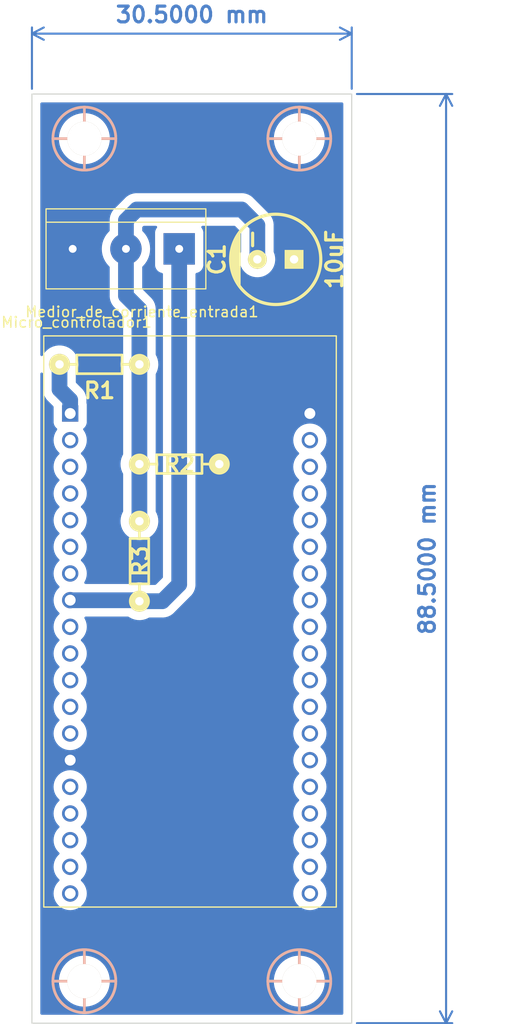
<source format=kicad_pcb>
(kicad_pcb (version 20211014) (generator pcbnew)
  (layers (0 "F.Cu" signal) (31 "B.Cu" signal) (34 "B.Paste" user) (35 "F.Paste" user) (36 "B.SilkS" user "B.Silkscreen") (37 "F.SilkS" user "F.Silkscreen") (38 "B.Mask" user) (39 "F.Mask" user) (44 "Edge.Cuts" user))
  (net 0 "")
  (net 1 "+3V3")
  (net 2 "GND")
  (net 31 "/E2")
  (net 32 "/E1")
  (footprint "EESTN5:Separador_M3_5mm" (layer "F.Cu") (at 128 153.25 180)
    (fp_text reference "H1" hide)
    (fp_text value "MountingHole" hide)
    (fp_line (start -3 0) (end 3 0) (layer "B.SilkS") (width 0.254))
    (fp_line (start 0 -3) (end 0 3) (layer "B.SilkS") (width 0.254))
    (fp_circle (center 0 0) (end 3 0) (layer "B.SilkS") (width 0.254) (fill none))
    (fp_line (start 0 -3) (end 0 3) (layer "F.SilkS") (width 0.254))
    (fp_line (start -3 0) (end 3 0) (layer "F.SilkS") (width 0.254))
    (fp_circle (center 0 0) (end 3 0) (layer "F.SilkS") (width 0.254) (fill none))
    (pad "1" thru_hole circle locked (at 0 0 180) (size 3.25 3.25) (drill 3.25) (layers *.Cu "F.SilkS"))
  )
  (footprint "EESTN5:Separador_M3_5mm" (layer "F.Cu") (at 107.5 153.25 180)
    (fp_text reference "H4" hide)
    (fp_text value "MountingHole" hide)
    (fp_line (start -3 0) (end 3 0) (layer "B.SilkS") (width 0.254))
    (fp_line (start 0 -3) (end 0 3) (layer "B.SilkS") (width 0.254))
    (fp_circle (center 0 0) (end 3 0) (layer "B.SilkS") (width 0.254) (fill none))
    (fp_line (start -3 0) (end 3 0) (layer "F.SilkS") (width 0.254))
    (fp_line (start 0 -3) (end 0 3) (layer "F.SilkS") (width 0.254))
    (fp_circle (center 0 0) (end 3 0) (layer "F.SilkS") (width 0.254) (fill none))
    (pad "1" thru_hole circle locked (at 0 0 180) (size 3.25 3.25) (drill 3.25) (layers *.Cu "F.SilkS"))
  )
  (footprint "EESTN5:RES0.3" (layer "F.Cu") (at 112.75 113.25 -90)
    (fp_text reference "R3" (at 0 -0.083 90) (layer "F.SilkS") (effects (font (size 1.5 1.5) (thickness 0.3))))
    (fp_text value "18Ω" hide)
    (fp_line (start -2.159 0.889) (end 2.159 0.889) (layer "F.SilkS") (width 0.254))
    (fp_line (start 2.159 0) (end 3.81 0) (layer "F.SilkS") (width 0.254))
    (fp_line (start -2.159 -0.889) (end -2.159 0.889) (layer "F.SilkS") (width 0.254))
    (fp_line (start -2.159 0) (end -3.81 0) (layer "F.SilkS") (width 0.254))
    (fp_line (start 2.159 -0.889) (end -2.159 -0.889) (layer "F.SilkS") (width 0.254))
    (fp_line (start 2.159 0.889) (end 2.159 -0.889) (layer "F.SilkS") (width 0.254))
    (pad "1" thru_hole circle locked (at -3.81 0 270) (size 1.99898 1.99898) (drill 0.8001) (layers *.Cu *.Mask "F.SilkS") (net 31 "/E2"))
    (pad "2" thru_hole circle locked (at 3.81 0 270) (size 1.99898 1.99898) (drill 0.8001) (layers *.Cu *.Mask "F.SilkS") (net 32 "/E1"))
  )
  (footprint "EESTN5:CAP_ELEC_8x11.5mm" (layer "F.Cu") (at 125.75 84.5 90)
    (fp_text reference "C1" (at 0 -5.6 90) (layer "F.SilkS") (effects (font (size 1.524 1.524) (thickness 0.3048))))
    (fp_text value "10uF" (at 0 5.6 90) (layer "F.SilkS") (effects (font (size 1.524 1.524) (thickness 0.3048))))
    (fp_line (start 1.3 -2.2) (end 2.5 -2.2) (layer "F.SilkS") (width 0.3))
    (fp_line (start -1.4 -3.9) (end 1.4 -3.9) (layer "F.SilkS") (width 0.3048))
    (fp_line (start -2.4 -3.5) (end 2.4 -3.5) (layer "F.SilkS") (width 0.3048))
    (fp_line (start -0.8 -4.1) (end 0.9 -4.1) (layer "F.SilkS") (width 0.3048))
    (fp_line (start -1.8 -3.7) (end 1.8 -3.7) (layer "F.SilkS") (width 0.3048))
    (fp_circle (center 0 0) (end -4.3 0) (layer "F.SilkS") (width 0.3048) (fill none))
    (pad "1" thru_hole rect locked (at 0 1.75 90) (size 1.8 1.8) (drill 0.8) (layers *.Cu *.Mask "F.SilkS") (net 2 "GND"))
    (pad "2" thru_hole circle locked (at 0 -1.75 90) (size 1.8 1.8) (drill 0.8) (layers *.Cu *.Mask "F.SilkS") (net 31 "/E2"))
  )
  (footprint "EESTN5:RES0.3" (layer "F.Cu") (at 116.56 104 180)
    (fp_text reference "R2" (at 0 -0.023) (layer "F.SilkS") (effects (font (size 1.5 1.5) (thickness 0.3))))
    (fp_text value "10KΩ" hide)
    (fp_line (start -2.159 0) (end -3.81 0) (layer "F.SilkS") (width 0.254))
    (fp_line (start 2.159 0.889) (end 2.159 -0.889) (layer "F.SilkS") (width 0.254))
    (fp_line (start 2.159 0) (end 3.81 0) (layer "F.SilkS") (width 0.254))
    (fp_line (start 2.159 -0.889) (end -2.159 -0.889) (layer "F.SilkS") (width 0.254))
    (fp_line (start -2.159 -0.889) (end -2.159 0.889) (layer "F.SilkS") (width 0.254))
    (fp_line (start -2.159 0.889) (end 2.159 0.889) (layer "F.SilkS") (width 0.254))
    (pad "1" thru_hole circle locked (at -3.81 0 180) (size 1.99898 1.99898) (drill 0.8001) (layers *.Cu *.Mask "F.SilkS") (net 2 "GND"))
    (pad "2" thru_hole circle locked (at 3.81 0 180) (size 1.99898 1.99898) (drill 0.8001) (layers *.Cu *.Mask "F.SilkS") (net 31 "/E2"))
  )
  (footprint "ESP32devkit:MODULE_ESP32-DEVKITC-32D v2" (layer "F.Cu") (at 117.8315 119.5)
    (fp_text reference "Micro_controlador1" (at -11.083175 -29.006045) (layer "F.SilkS") (effects (font (size 1.000386 1.000386))))
    (fp_text value "ESP32_DEVKITC")
    (fp_line (start -14.204 -27.71) (end 13.696 -27.71) (layer "F.SilkS") (width 0.127))
    (fp_line (start 13.696 -27.71) (end 13.696 26.69) (layer "F.SilkS") (width 0.127))
    (fp_line (start 13.696 26.69) (end -14.204 26.69) (layer "F.SilkS") (width 0.127))
    (fp_line (start -14.204 26.69) (end -14.204 -27.71) (layer "F.SilkS") (width 0.127))
    (pad "1" thru_hole rect (at -11.684 -20.32) (size 1.56 1.56) (drill 1.04) (layers *.Cu *.Mask) (net 1 "+3V3"))
    (pad "2" thru_hole circle (at -11.684 -17.78) (size 1.56 1.56) (drill 1.04) (layers *.Cu *.Mask))
    (pad "3" thru_hole circle (at -11.684 -15.24) (size 1.56 1.56) (drill 1.04) (layers *.Cu *.Mask))
    (pad "4" thru_hole circle (at -11.684 -12.7) (size 1.56 1.56) (drill 1.04) (layers *.Cu *.Mask))
    (pad "5" thru_hole circle (at -11.684 -10.16) (size 1.56 1.56) (drill 1.04) (layers *.Cu *.Mask))
    (pad "6" thru_hole circle (at -11.684 -7.62) (size 1.56 1.56) (drill 1.04) (layers *.Cu *.Mask))
    (pad "7" thru_hole circle (at -11.684 -5.08) (size 1.56 1.56) (drill 1.04) (layers *.Cu *.Mask))
    (pad "8" thru_hole circle (at -11.684 -2.54) (size 1.56 1.56) (drill 1.04) (layers *.Cu *.Mask) (net 32 "/E1"))
    (pad "9" thru_hole circle (at -11.684 0) (size 1.56 1.56) (drill 1.04) (layers *.Cu *.Mask))
    (pad "10" thru_hole circle (at -11.684 2.54) (size 1.56 1.56) (drill 1.04) (layers *.Cu *.Mask))
    (pad "11" thru_hole circle (at -11.684 5.08) (size 1.56 1.56) (drill 1.04) (layers *.Cu *.Mask))
    (pad "12" thru_hole circle (at -11.684 7.62) (size 1.56 1.56) (drill 1.04) (layers *.Cu *.Mask))
    (pad "13" thru_hole circle (at -11.684 10.16) (size 1.56 1.56) (drill 1.04) (layers *.Cu *.Mask))
    (pad "14" thru_hole circle (at -11.684 12.7) (size 1.56 1.56) (drill 1.04) (layers *.Cu *.Mask) (net 2 "GND"))
    (pad "15" thru_hole circle (at -11.684 15.24) (size 1.56 1.56) (drill 1.04) (layers *.Cu *.Mask))
    (pad "16" thru_hole circle (at -11.684 17.78) (size 1.56 1.56) (drill 1.04) (layers *.Cu *.Mask))
    (pad "17" thru_hole circle (at -11.684 20.32) (size 1.56 1.56) (drill 1.04) (layers *.Cu *.Mask))
    (pad "18" thru_hole circle (at -11.684 22.86) (size 1.56 1.56) (drill 1.04) (layers *.Cu *.Mask))
    (pad "19" thru_hole circle (at -11.684 25.4) (size 1.56 1.56) (drill 1.04) (layers *.Cu *.Mask))
    (pad "20" thru_hole circle (at 11.176 25.4 180) (size 1.56 1.56) (drill 1.04) (layers *.Cu *.Mask))
    (pad "21" thru_hole circle (at 11.176 22.86 180) (size 1.56 1.56) (drill 1.04) (layers *.Cu *.Mask))
    (pad "22" thru_hole circle (at 11.176 20.32 180) (size 1.56 1.56) (drill 1.04) (layers *.Cu *.Mask))
    (pad "23" thru_hole circle (at 11.176 17.78 180) (size 1.56 1.56) (drill 1.04) (layers *.Cu *.Mask))
    (pad "24" thru_hole circle (at 11.176 15.24 180) (size 1.56 1.56) (drill 1.04) (layers *.Cu *.Mask))
    (pad "25" thru_hole circle (at 11.176 12.7 180) (size 1.56 1.56) (drill 1.04) (layers *.Cu *.Mask))
    (pad "26" thru_hole circle (at 11.176 10.16 180) (size 1.56 1.56) (drill 1.04) (layers *.Cu *.Mask))
    (pad "27" thru_hole circle (at 11.176 7.62 180) (size 1.56 1.56) (drill 1.04) (layers *.Cu *.Mask))
    (pad "28" thru_hole circle (at 11.176 5.08 180) (size 1.56 1.56) (drill 1.04) (layers *.Cu *.Mask))
    (pad "29" thru_hole circle (at 11.176 2.54 180) (size 1.56 1.56) (drill 1.04) (layers *.Cu *.Mask))
    (pad "30" thru_hole circle (at 11.176 0 180) (size 1.56 1.56) (drill 1.04) (layers *.Cu *.Mask))
    (pad "31" thru_hole circle (at 11.176 -2.54 180) (size 1.56 1.56) (drill 1.04) (layers *.Cu *.Mask))
    (pad "32" thru_hole circle (at 11.176 -5.08 180) (size 1.56 1.56) (drill 1.04) (layers *.Cu *.Mask))
    (pad "33" thru_hole circle (at 11.176 -7.62 180) (size 1.56 1.56) (drill 1.04) (layers *.Cu *.Mask))
    (pad "34" thru_hole circle (at 11.176 -10.16 180) (size 1.56 1.56) (drill 1.04) (layers *.Cu *.Mask))
    (pad "35" thru_hole circle (at 11.176 -12.7 180) (size 1.56 1.56) (drill 1.04) (layers *.Cu *.Mask))
    (pad "36" thru_hole circle (at 11.176 -15.24 180) (size 1.56 1.56) (drill 1.04) (layers *.Cu *.Mask))
    (pad "37" thru_hole circle (at 11.176 -17.78 180) (size 1.56 1.56) (drill 1.04) (layers *.Cu *.Mask))
    (pad "38" thru_hole circle (at 11.176 -20.32 180) (size 1.56 1.56) (drill 1.04) (layers *.Cu *.Mask) (net 2 "GND"))
  )
  (footprint "TerminalBlock:TerminalBlock_bornier-3_P5.08mm" (layer "F.Cu") (at 116.546 83.5 180)
    (fp_text reference "Medior_de_corriente_entrada1" (at 3.556 -6) (layer "F.SilkS"))
    (fp_text value "Screw_Terminal_01x03")
    (fp_line (start -2.54 -3.81) (end 12.7 -3.81) (layer "F.SilkS") (width 0.12))
    (fp_line (start -2.54 3.81) (end 12.7 3.81) (layer "F.SilkS") (width 0.12))
    (fp_line (start 12.7 3.81) (end 12.7 -3.81) (layer "F.SilkS") (width 0.12))
    (fp_line (start -2.54 3.81) (end -2.54 -3.81) (layer "F.SilkS") (width 0.12))
    (fp_line (start -2.54 2.54) (end 12.7 2.54) (layer "F.SilkS") (width 0.12))
    (pad "1" thru_hole rect (at 0 0 180) (size 3 3) (drill 0.75) (layers *.Cu *.Mask) (net 32 "/E1"))
    (pad "2" thru_hole circle (at 5.08 0 180) (size 3 3) (drill 0.75) (layers *.Cu *.Mask) (net 31 "/E2"))
    (pad "3" thru_hole circle (at 10.16 0 180) (size 3 3) (drill 0.75) (layers *.Cu *.Mask) (net 2 "GND"))
  )
  (footprint "EESTN5:Separador_M3_5mm" (layer "F.Cu") (at 107.5 73 180)
    (fp_text reference "H2" hide)
    (fp_text value "MountingHole" hide)
    (fp_line (start 0 -3) (end 0 3) (layer "B.SilkS") (width 0.254))
    (fp_line (start -3 0) (end 3 0) (layer "B.SilkS") (width 0.254))
    (fp_circle (center 0 0) (end 3 0) (layer "B.SilkS") (width 0.254) (fill none))
    (fp_line (start 0 -3) (end 0 3) (layer "F.SilkS") (width 0.254))
    (fp_line (start -3 0) (end 3 0) (layer "F.SilkS") (width 0.254))
    (fp_circle (center 0 0) (end 3 0) (layer "F.SilkS") (width 0.254) (fill none))
    (pad "1" thru_hole circle locked (at 0 0 180) (size 3.25 3.25) (drill 3.25) (layers *.Cu "F.SilkS"))
  )
  (footprint "EESTN5:Separador_M3_5mm" (layer "F.Cu") (at 128 73 180)
    (fp_text reference "H3" hide)
    (fp_text value "MountingHole" hide)
    (fp_line (start 0 -3) (end 0 3) (layer "B.SilkS") (width 0.254))
    (fp_line (start -3 0) (end 3 0) (layer "B.SilkS") (width 0.254))
    (fp_circle (center 0 0) (end 3 0) (layer "B.SilkS") (width 0.254) (fill none))
    (fp_line (start 0 -3) (end 0 3) (layer "F.SilkS") (width 0.254))
    (fp_line (start -3 0) (end 3 0) (layer "F.SilkS") (width 0.254))
    (fp_circle (center 0 0) (end 3 0) (layer "F.SilkS") (width 0.254) (fill none))
    (pad "1" thru_hole circle locked (at 0 0 180) (size 3.25 3.25) (drill 3.25) (layers *.Cu "F.SilkS"))
  )
  (footprint "EESTN5:RES0.3" (layer "F.Cu") (at 108.94 94.5 180)
    (fp_text reference "R1" (at 0 -2.5) (layer "F.SilkS") (effects (font (size 1.5 1.5) (thickness 0.3))))
    (fp_text value "10KΩ" hide)
    (fp_line (start -2.159 0.889) (end 2.159 0.889) (layer "F.SilkS") (width 0.254))
    (fp_line (start 2.159 -0.889) (end -2.159 -0.889) (layer "F.SilkS") (width 0.254))
    (fp_line (start 2.159 0) (end 3.81 0) (layer "F.SilkS") (width 0.254))
    (fp_line (start -2.159 -0.889) (end -2.159 0.889) (layer "F.SilkS") (width 0.254))
    (fp_line (start -2.159 0) (end -3.81 0) (layer "F.SilkS") (width 0.254))
    (fp_line (start 2.159 0.889) (end 2.159 -0.889) (layer "F.SilkS") (width 0.254))
    (pad "1" thru_hole circle locked (at -3.81 0 180) (size 1.99898 1.99898) (drill 0.8001) (layers *.Cu *.Mask "F.SilkS") (net 31 "/E2"))
    (pad "2" thru_hole circle locked (at 3.81 0 180) (size 1.99898 1.99898) (drill 0.8001) (layers *.Cu *.Mask "F.SilkS") (net 1 "+3V3"))
  )
  (gr_line (start 102.5 68.75) (end 133 68.75) (layer "Edge.Cuts") (width 0.1))
  (gr_line (start 133 157.25) (end 102.5 157.25) (layer "Edge.Cuts") (width 0.1))
  (gr_line (start 133 68.75) (end 133 157.25) (layer "Edge.Cuts") (width 0.1))
  (gr_line (start 102.5 157.25) (end 102.5 68.75) (layer "Edge.Cuts") (width 0.1))
  (dimension (type aligned) (layer "B.Cu") (pts (xy 133 157.25) (xy 133 68.75)) (height 9) (gr_text "88.5000 mm" (at 140.2 113 90) (layer "B.Cu") (effects (font (size 1.5 1.5) (thickness 0.3)))) (format (units 3) (units_format 1) (precision 4)) (style (thickness 0.2) (arrow_length 1.27) (text_position_mode 0) (extension_height 0.58642) (extension_offset 0.5) keep_text_aligned))
  (dimension (type aligned) (layer "B.Cu") (pts (xy 133 68.75) (xy 102.5 68.75)) (height 5.75) (gr_text "30.5000 mm" (at 117.75 61.2) (layer "B.Cu") (effects (font (size 1.5 1.5) (thickness 0.3)))) (format (units 3) (units_format 1) (precision 4)) (style (thickness 0.2) (arrow_length 1.27) (text_position_mode 0) (extension_height 0.58642) (extension_offset 0.5) keep_text_aligned))
  (segment (start 106.1475 99.19) (end 106.1475 97.8975) (width 1.5) (layer "B.Cu") (net 1))
  (segment (start 106.1475 97.8975) (end 105.13 96.88) (width 1.5) (layer "B.Cu") (net 1))
  (segment (start 105.13 96.88) (end 105.13 94.5) (width 1.5) (layer "B.Cu") (net 1))
  (segment (start 111.466 80.784) (end 112.5 79.75) (width 1.5) (layer "B.Cu") (net 31))
  (segment (start 112.5 79.75) (end 122.5 79.75) (width 1.5) (layer "B.Cu") (net 31))
  (segment (start 122.5 79.75) (end 124 81.25) (width 1.5) (layer "B.Cu") (net 31))
  (segment (start 112.75 109.44) (end 112.75 104) (width 1.5) (layer "B.Cu") (net 31))
  (segment (start 111.466 83.5) (end 111.466 87.966) (width 1.5) (layer "B.Cu") (net 31))
  (segment (start 112.75 94.5) (end 112.75 104) (width 1.5) (layer "B.Cu") (net 31))
  (segment (start 112.75 89.25) (end 112.75 94.5) (width 1.5) (layer "B.Cu") (net 31))
  (segment (start 111.466 83.5) (end 111.466 80.784) (width 1.5) (layer "B.Cu") (net 31))
  (segment (start 111.466 87.966) (end 112.75 89.25) (width 1.5) (layer "B.Cu") (net 31))
  (segment (start 124 81.25) (end 124 84.5) (width 1.5) (layer "B.Cu") (net 31))
  (segment (start 112.75 117.06) (end 114.94 117.06) (width 1.5) (layer "B.Cu") (net 32))
  (segment (start 106.1475 116.97) (end 112.66 116.97) (width 1.5) (layer "B.Cu") (net 32))
  (segment (start 116.546 115.454) (end 116.546 83.5) (width 1.5) (layer "B.Cu") (net 32))
  (segment (start 114.94 117.06) (end 116.546 115.454) (width 1.5) (layer "B.Cu") (net 32))
  (segment (start 112.66 116.97) (end 112.75 117.06) (width 1.5) (layer "B.Cu") (net 32))
  (zone (net 2) (net_name "GND") (layer "B.Cu") (connect_pads yes (clearance 0.8)) (min_thickness 0.254) (fill yes (thermal_gap 0.508) (thermal_bridge_width 0.508))
    (polygon (pts (xy 133 157.25) (xy 102.5 157.25) (xy 102.5 68.75) (xy 133 68.75)))
  )
)
</source>
